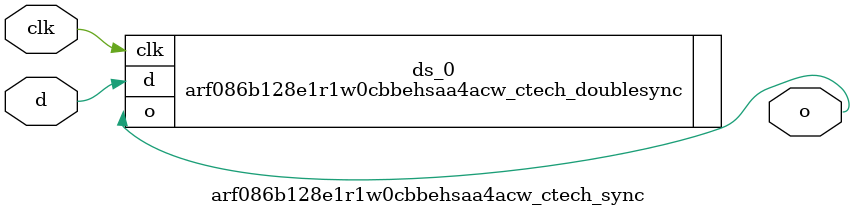
<source format=sv>

`ifndef ARF086B128E1R1W0CBBEHSAA4ACW_CTECH_SYNC_SV
`define ARF086B128E1R1W0CBBEHSAA4ACW_CTECH_SYNC_SV

module arf086b128e1r1w0cbbehsaa4acw_ctech_sync (
  input  logic  clk,
  input  logic  d,

  output logic  o
);

  arf086b128e1r1w0cbbehsaa4acw_ctech_doublesync ds_0 (.o(o), .d(d), .clk(clk));

endmodule // arf086b128e1r1w0cbbehsaa4acw_ctech_sync

`endif // ARF086B128E1R1W0CBBEHSAA4ACW_CTECH_SYNC_SV
</source>
